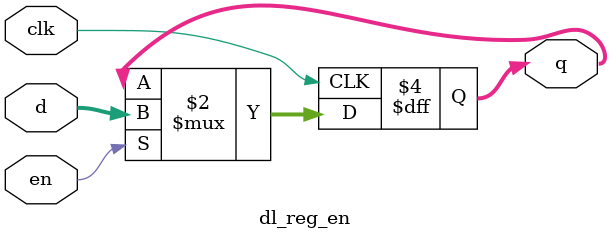
<source format=sv>
/*  
    Filename: dl_reg_en.sv

    Paramterized register implementation w/ enable.
*/
//--------------------------------------------------------------

`ifndef __DL_REG_EN_SV__
`define __DL_REG_EN_SV__

module dl_reg_en #(
    parameter   NUM_BITS = 32
)(
    input  logic                clk,
    input  logic                en,
    input  logic [NUM_BITS-1:0] d,
    output logic [NUM_BITS-1:0] q
);

    always @(posedge clk) begin
        if (en) begin
            q <= d;
        end
    end

endmodule

`endif // __DL_REG_EN_SV__

</source>
